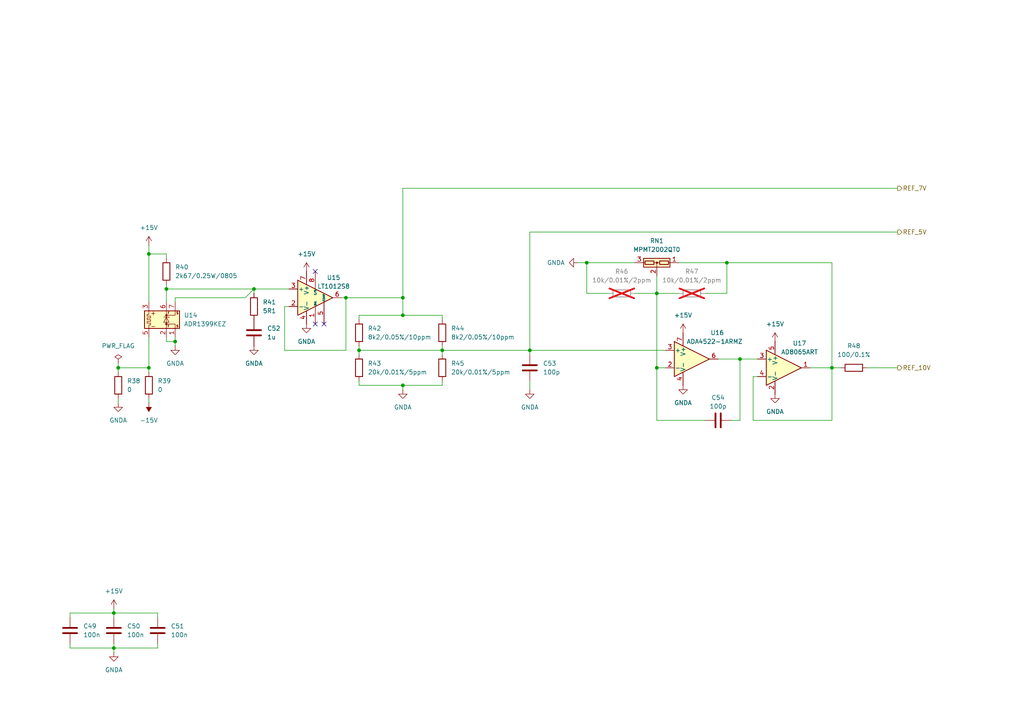
<source format=kicad_sch>
(kicad_sch (version 20250114) (generator "eeschema") (generator_version "9.0")
  (paper "A4")
  (lib_symbols
    (symbol "ADC7177M1:AD8065ART" (pin_names (offset 0.127))
      (property "Reference" "U" (at 0 6.35 0))
      (property "Value" "AD8065ART" (at 0 3.81 0))
      (symbol "AD8065ART_0_1"
        (polyline (pts (xy -5.08 5.08) (xy 5.08 0) (xy -5.08 -5.08) (xy -5.08 5.08)) (stroke (width 0.254)) (fill (type background)))
      )
      (symbol "AD8065ART_1_1"
        (pin input line (at -7.62 2.54 0) (length 2.54) (name "+") (number "3"))
        (pin input line (at -7.62 -2.54 0) (length 2.54) (name "-") (number "4"))
        (pin power_in line (at -2.54 7.62 270) (length 3.81) (name "V+") (number "5"))
        (pin power_in line (at -2.54 -7.62 90) (length 3.81) (name "V-") (number "2"))
        (pin output line (at 7.62 0 180) (length 2.54) (name "~") (number "1"))
      )
    )
    (symbol "Amplifier_Operational:ADA4522-1" (pin_names (offset 0.127))
      (property "Reference" "U" (at 0 6.35 0))
      (property "Value" "ADA4522-1" (at 0 3.81 0))
      (symbol "ADA4522-1_0_1"
        (polyline (pts (xy -5.08 5.08) (xy 5.08 0) (xy -5.08 -5.08) (xy -5.08 5.08)) (stroke (width 0.254)) (fill (type background)))
      )
      (symbol "ADA4522-1_1_1"
        (pin input line (at -7.62 2.54 0) (length 2.54) (name "+") (number "3"))
        (pin input line (at -7.62 -2.54 0) (length 2.54) (name "-") (number "2"))
        (pin power_in line (at -2.54 7.62 270) (length 3.81) (name "V+") (number "7"))
        (pin no_connect line (at -2.54 2.54 270) (length 2.54) (hide yes) (name "NC") (number "1"))
        (pin power_in line (at -2.54 -7.62 90) (length 3.81) (name "V-") (number "4"))
        (pin no_connect line (at 0 2.54 270) (length 2.54) (hide yes) (name "NC") (number "5"))
        (pin no_connect line (at 0 -2.54 90) (length 2.54) (hide yes) (name "NC") (number "8"))
        (pin output line (at 7.62 0 180) (length 2.54) (name "~") (number "6"))
      )
    )
    (symbol "Amplifier_Operational:LT1012" (pin_names (offset 0.127))
      (property "Reference" "U" (at 1.27 6.35 0))
      (property "Value" "LT1012" (at 1.27 3.81 0))
      (symbol "LT1012_0_1"
        (polyline (pts (xy -5.08 5.08) (xy 5.08 0) (xy -5.08 -5.08) (xy -5.08 5.08)) (stroke (width 0.254)) (fill (type background)))
      )
      (symbol "LT1012_1_1"
        (pin input line (at -7.62 2.54 0) (length 2.54) (name "+") (number "3"))
        (pin input line (at -7.62 -2.54 0) (length 2.54) (name "-") (number "2"))
        (pin power_in line (at -2.54 7.62 270) (length 3.81) (name "V+") (number "7"))
        (pin power_in line (at -2.54 -7.62 90) (length 3.81) (name "V-") (number "4"))
        (pin input line (at 0 7.62 270) (length 5.08) (name "C/B") (number "8"))
        (pin input line (at 0 -7.62 90) (length 5.08) (name "BAL") (number "1"))
        (pin input line (at 2.54 -7.62 90) (length 6.35) (name "COMP") (number "5"))
        (pin output line (at 7.62 0 180) (length 2.54) (name "~") (number "6"))
      )
    )
    (symbol "Device:C" (pin_numbers (hide yes)) (pin_names (offset 0.254))
      (property "Reference" "C" (at 0.635 2.54 0))
      (property "Value" "C" (at 0.635 -2.54 0))
      (symbol "C_0_1"
        (polyline (pts (xy -2.032 0.762) (xy 2.032 0.762)) (stroke (width 0.508)))
        (polyline (pts (xy -2.032 -0.762) (xy 2.032 -0.762)) (stroke (width 0.508)))
      )
      (symbol "C_1_1"
        (pin passive line (at 0 3.81 270) (length 2.794) (name "~") (number "1"))
        (pin passive line (at 0 -3.81 90) (length 2.794) (name "~") (number "2"))
      )
    )
    (symbol "Device:R" (pin_numbers (hide yes)) (pin_names (offset 0))
      (property "Reference" "R" (at 2.032 0 90))
      (property "Value" "R" (at 0 0 90))
      (symbol "R_0_1"
        (rectangle (start -1.016 -2.54) (end 1.016 2.54) (stroke (width 0.254)))
      )
      (symbol "R_1_1"
        (pin passive line (at 0 3.81 270) (length 1.27) (name "~") (number "1"))
        (pin passive line (at 0 -3.81 90) (length 1.27) (name "~") (number "2"))
      )
    )
    (symbol "Device:VoltageDivider" (pin_names (offset 0) (hide yes))
      (property "Reference" "RN" (at -4.445 0 90))
      (property "Value" "VoltageDivider" (at -2.54 0 90))
      (symbol "VoltageDivider_0_1"
        (rectangle (start -1.27 -3.81) (end 1.27 3.81) (stroke (width 0.254)) (fill (type background)))
        (rectangle (start -0.508 3.3782) (end 0.508 0.8382) (stroke (width 0.254)))
        (rectangle (start -0.508 -3.3782) (end 0.508 -0.8382) (stroke (width 0.254)))
        (polyline (pts (xy 0 5.08) (xy 0 3.3782)))
        (polyline (pts (xy 0 0.889) (xy 0 -0.889)))
        (circle (center 0 0.0254) (radius 0.254) (fill (type outline)))
        (polyline (pts (xy 0 -5.08) (xy 0 -3.429)))
        (polyline (pts (xy 1.27 0) (xy 0 0)))
      )
      (symbol "VoltageDivider_1_1"
        (pin passive line (at 0 6.35 270) (length 2.54) (name "~") (number "1"))
        (pin passive line (at 0 -6.35 90) (length 2.54) (name "~") (number "3"))
        (pin passive line (at 3.81 0 180) (length 2.54) (name "~") (number "2"))
      )
    )
    (symbol "Reference_Voltage:ADR1399KEZ" (pin_names (offset 1.016) (hide yes))
      (property "Reference" "U" (at 3.81 1.27 0))
      (property "Value" "ADR1399KEZ" (at 3.81 -1.27 0))
      (symbol "ADR1399KEZ_0_0"
        (text "+" (at -3.81 1.905 0) (effects (font (size 1.27 1.27))))
      )
      (symbol "ADR1399KEZ_0_1"
        (rectangle (start -6.35 2.54) (end 3.81 -2.54) (stroke (width 0.254)) (fill (type background)))
        (polyline (pts (xy -5.08 -2.54) (xy -5.08 -1.524) (xy -4.572 -1.524) (xy -4.572 -1.016) (xy -5.588 -1.016) (xy -5.588 -0.508) (xy -4.572 -0.508) (xy -4.572 0) (xy -5.588 0) (xy -5.588 0.508) (xy -4.572 0.508) (xy -4.572 1.016) (xy -5.588 1.016) (xy -5.588 1.524) (xy -5.08 1.524) (xy -5.08 2.54)))
        (circle (center 0 1.27) (radius 0.254) (fill (type outline)))
        (circle (center 0 -1.27) (radius 0.254) (fill (type outline)))
        (polyline (pts (xy 2.54 2.54) (xy 2.54 1.27) (xy 0 1.27)))
        (polyline (pts (xy 2.54 -2.54) (xy 2.54 -1.27) (xy 0 -1.27)))
      )
      (symbol "ADR1399KEZ_1_1"
        (polyline (pts (xy -0.762 0.762) (xy 0.762 0.762) (xy 0.762 0.508)))
        (polyline (pts (xy -0.762 -0.762) (xy 0.762 -0.762) (xy 0 0.762) (xy -0.762 -0.762)))
        (polyline (pts (xy 0 2.54) (xy 0 -2.54)))
        (text "-" (at -3.81 -1.905 0) (effects (font (size 1.27 1.27))))
        (text "F" (at 0.635 1.905 0) (effects (font (size 0.635 0.635))))
        (text "F" (at 0.635 -1.905 0) (effects (font (size 0.635 0.635))))
        (text "S" (at 3.175 1.905 0) (effects (font (size 0.635 0.635))))
        (text "S" (at 3.175 -1.905 0) (effects (font (size 0.635 0.635))))
        (pin power_in line (at -5.08 5.08 270) (length 2.54) (name "HEATER+") (number "3"))
        (pin power_in line (at -5.08 -5.08 90) (length 2.54) (name "HEATER-") (number "5"))
        (pin no_connect line (at -2.54 2.54 270) (length 2.54) (hide yes) (name "NC") (number "8"))
        (pin no_connect line (at -2.54 -2.54 90) (length 2.54) (hide yes) (name "NC") (number "4"))
        (pin passive line (at 0 5.08 270) (length 2.54) (name "+REFF") (number "6"))
        (pin passive line (at 0 -5.08 90) (length 2.54) (name "-REFF") (number "2"))
        (pin passive line (at 2.54 5.08 270) (length 2.54) (name "+REFS") (number "7"))
        (pin passive line (at 2.54 -5.08 90) (length 2.54) (name "-REFS") (number "1"))
      )
    )
    (symbol "power:+15V" (power) (pin_numbers (hide yes)) (pin_names (offset 0) (hide yes))
      (property "Value" "+15V" (at 0 3.556 0))
      (symbol "+15V_0_1"
        (polyline (pts (xy -0.762 1.27) (xy 0 2.54)))
        (polyline (pts (xy 0 2.54) (xy 0.762 1.27)))
        (polyline (pts (xy 0 0) (xy 0 2.54)))
      )
      (symbol "+15V_1_1"
        (pin power_in line (at 0 0 90) (length 0) (name "~") (number "1"))
      )
    )
    (symbol "power:-15V" (power) (pin_numbers (hide yes)) (pin_names (offset 0) (hide yes))
      (property "Value" "-15V" (at 0 3.556 0))
      (symbol "-15V_0_0"
        (pin power_in line (at 0 0 90) (length 0) (name "~") (number "1"))
      )
      (symbol "-15V_0_1"
        (polyline (pts (xy 0 0) (xy 0 1.27) (xy 0.762 1.27) (xy 0 2.54) (xy -0.762 1.27) (xy 0 1.27)) (fill (type outline)))
      )
    )
    (symbol "power:GNDA" (power) (pin_numbers (hide yes)) (pin_names (offset 0) (hide yes))
      (property "Value" "GNDA" (at 0 -3.81 0))
      (symbol "GNDA_0_1"
        (polyline (pts (xy 0 0) (xy 0 -1.27) (xy 1.27 -1.27) (xy 0 -2.54) (xy -1.27 -1.27) (xy 0 -1.27)))
      )
      (symbol "GNDA_1_1"
        (pin power_in line (at 0 0 270) (length 0) (name "~") (number "1"))
      )
    )
    (symbol "power:PWR_FLAG" (power) (pin_numbers (hide yes)) (pin_names (offset 0) (hide yes))
      (property "Value" "PWR_FLAG" (at 0 3.81 0))
      (symbol "PWR_FLAG_0_0"
        (pin power_out line (at 0 0 90) (length 0) (name "~") (number "1"))
      )
      (symbol "PWR_FLAG_0_1"
        (polyline (pts (xy 0 0) (xy 0 1.27) (xy -1.016 1.905) (xy 0 2.54) (xy 1.016 1.905) (xy 0 1.27)))
      )
    )
  )
  (junction (at 116.84 86.36))
  (junction (at 116.84 111.76))
  (junction (at 43.18 106.68))
  (junction (at 73.66 83.82))
  (junction (at 100.33 86.36))
  (junction (at 128.27 101.6))
  (junction (at 48.26 83.82))
  (junction (at 190.5 106.68))
  (junction (at 153.67 101.6))
  (junction (at 210.82 76.2))
  (junction (at 43.18 73.66))
  (junction (at 33.02 187.96))
  (junction (at 104.14 101.6))
  (junction (at 241.3 106.68))
  (junction (at 33.02 177.8))
  (junction (at 116.84 91.44))
  (junction (at 170.18 76.2))
  (junction (at 50.8 99.06))
  (junction (at 34.29 106.68))
  (junction (at 190.5 85.09))
  (junction (at 214.63 104.14))
  (no_connect (at 93.98 93.98))
  (no_connect (at 91.44 93.98))
  (no_connect (at 91.44 78.74))
  (wire (pts (xy 170.18 76.2) (xy 170.18 85.09)))
  (wire (pts (xy 153.67 110.49) (xy 153.67 113.03)))
  (wire (pts (xy 116.84 86.36) (xy 116.84 91.44)))
  (wire (pts (xy 33.02 177.8) (xy 33.02 179.07)))
  (wire (pts (xy 48.26 82.55) (xy 48.26 83.82)))
  (wire (pts (xy 251.46 106.68) (xy 260.35 106.68)))
  (wire (pts (xy 43.18 73.66) (xy 43.18 87.63)))
  (wire (pts (xy 20.32 186.69) (xy 20.32 187.96)))
  (wire (pts (xy 214.63 104.14) (xy 214.63 121.92)))
  (wire (pts (xy 34.29 106.68) (xy 43.18 106.68)))
  (wire (pts (xy 50.8 99.06) (xy 48.26 99.06)))
  (wire (pts (xy 167.64 76.2) (xy 170.18 76.2)))
  (wire (pts (xy 34.29 115.57) (xy 34.29 116.84)))
  (wire (pts (xy 99.06 86.36) (xy 100.33 86.36)))
  (wire (pts (xy 170.18 76.2) (xy 184.15 76.2)))
  (wire (pts (xy 128.27 101.6) (xy 153.67 101.6)))
  (wire (pts (xy 116.84 54.61) (xy 260.35 54.61)))
  (wire (pts (xy 128.27 101.6) (xy 128.27 102.87)))
  (wire (pts (xy 104.14 100.33) (xy 104.14 101.6)))
  (wire (pts (xy 20.32 177.8) (xy 20.32 179.07)))
  (wire (pts (xy 43.18 106.68) (xy 43.18 97.79)))
  (wire (pts (xy 104.14 91.44) (xy 104.14 92.71)))
  (wire (pts (xy 104.14 110.49) (xy 104.14 111.76)))
  (wire (pts (xy 50.8 86.36) (xy 50.8 87.63)))
  (wire (pts (xy 48.26 74.93) (xy 48.26 73.66)))
  (wire (pts (xy 50.8 99.06) (xy 50.8 100.33)))
  (wire (pts (xy 50.8 86.36) (xy 71.12 86.36)))
  (wire (pts (xy 43.18 107.95) (xy 43.18 106.68)))
  (wire (pts (xy 153.67 101.6) (xy 193.04 101.6)))
  (wire (pts (xy 43.18 71.12) (xy 43.18 73.66)))
  (wire (pts (xy 48.26 83.82) (xy 48.26 87.63)))
  (wire (pts (xy 208.28 104.14) (xy 214.63 104.14)))
  (wire (pts (xy 34.29 106.68) (xy 34.29 107.95)))
  (wire (pts (xy 190.5 85.09) (xy 190.5 106.68)))
  (wire (pts (xy 116.84 54.61) (xy 116.84 86.36)))
  (wire (pts (xy 190.5 85.09) (xy 196.85 85.09)))
  (wire (pts (xy 214.63 104.14) (xy 219.71 104.14)))
  (wire (pts (xy 33.02 187.96) (xy 45.72 187.96)))
  (wire (pts (xy 45.72 177.8) (xy 45.72 179.07)))
  (wire (pts (xy 190.5 121.92) (xy 204.47 121.92)))
  (wire (pts (xy 212.09 121.92) (xy 214.63 121.92)))
  (wire (pts (xy 153.67 101.6) (xy 153.67 102.87)))
  (wire (pts (xy 43.18 73.66) (xy 48.26 73.66)))
  (wire (pts (xy 153.67 67.31) (xy 260.35 67.31)))
  (wire (pts (xy 128.27 100.33) (xy 128.27 101.6)))
  (wire (pts (xy 83.82 88.9) (xy 82.55 88.9)))
  (wire (pts (xy 241.3 76.2) (xy 241.3 106.68)))
  (wire (pts (xy 104.14 91.44) (xy 116.84 91.44)))
  (wire (pts (xy 210.82 76.2) (xy 210.82 85.09)))
  (wire (pts (xy 116.84 91.44) (xy 128.27 91.44)))
  (wire (pts (xy 128.27 91.44) (xy 128.27 92.71)))
  (wire (pts (xy 204.47 85.09) (xy 210.82 85.09)))
  (wire (pts (xy 100.33 101.6) (xy 100.33 86.36)))
  (wire (pts (xy 100.33 86.36) (xy 116.84 86.36)))
  (wire (pts (xy 50.8 97.79) (xy 50.8 99.06)))
  (wire (pts (xy 45.72 186.69) (xy 45.72 187.96)))
  (wire (pts (xy 33.02 187.96) (xy 33.02 189.23)))
  (wire (pts (xy 104.14 101.6) (xy 128.27 101.6)))
  (wire (pts (xy 33.02 176.53) (xy 33.02 177.8)))
  (wire (pts (xy 184.15 85.09) (xy 190.5 85.09)))
  (wire (pts (xy 190.5 106.68) (xy 193.04 106.68)))
  (wire (pts (xy 20.32 187.96) (xy 33.02 187.96)))
  (wire (pts (xy 43.18 116.84) (xy 43.18 115.57)))
  (wire (pts (xy 190.5 106.68) (xy 190.5 121.92)))
  (wire (pts (xy 33.02 186.69) (xy 33.02 187.96)))
  (wire (pts (xy 82.55 88.9) (xy 82.55 101.6)))
  (wire (pts (xy 20.32 177.8) (xy 33.02 177.8)))
  (wire (pts (xy 83.82 83.82) (xy 73.66 83.82)))
  (wire (pts (xy 241.3 106.68) (xy 243.84 106.68)))
  (wire (pts (xy 71.12 86.36) (xy 73.66 83.82)))
  (wire (pts (xy 196.85 76.2) (xy 210.82 76.2)))
  (wire (pts (xy 128.27 110.49) (xy 128.27 111.76)))
  (wire (pts (xy 241.3 106.68) (xy 241.3 121.92)))
  (wire (pts (xy 104.14 111.76) (xy 116.84 111.76)))
  (wire (pts (xy 218.44 109.22) (xy 218.44 121.92)))
  (wire (pts (xy 116.84 111.76) (xy 128.27 111.76)))
  (wire (pts (xy 73.66 83.82) (xy 73.66 85.09)))
  (wire (pts (xy 48.26 97.79) (xy 48.26 99.06)))
  (wire (pts (xy 218.44 121.92) (xy 241.3 121.92)))
  (wire (pts (xy 190.5 80.01) (xy 190.5 85.09)))
  (wire (pts (xy 153.67 67.31) (xy 153.67 101.6)))
  (wire (pts (xy 170.18 85.09) (xy 176.53 85.09)))
  (wire (pts (xy 104.14 101.6) (xy 104.14 102.87)))
  (wire (pts (xy 33.02 177.8) (xy 45.72 177.8)))
  (wire (pts (xy 82.55 101.6) (xy 100.33 101.6)))
  (wire (pts (xy 116.84 111.76) (xy 116.84 113.03)))
  (wire (pts (xy 48.26 83.82) (xy 73.66 83.82)))
  (wire (pts (xy 210.82 76.2) (xy 241.3 76.2)))
  (wire (pts (xy 234.95 106.68) (xy 241.3 106.68)))
  (wire (pts (xy 218.44 109.22) (xy 219.71 109.22)))
  (wire (pts (xy 34.29 105.41) (xy 34.29 106.68)))
  (hierarchical_label "REF_7V" (shape output) (at 260.35 54.61 0))
  (hierarchical_label "REF_10V" (shape output) (at 260.35 106.68 0))
  (hierarchical_label "REF_5V" (shape output) (at 260.35 67.31 0))
  (symbol (lib_id "Device:C") (at 73.66 96.52 0) (unit 1)
    (property "Reference" "C52" (at 77.47 95.2499 0) (effects (justify left)))
    (property "Value" "1u" (at 77.47 97.7899 0) (effects (justify left)))
    (property "Footprint" "Capacitor_SMD:C_0603_1608Metric" (effects (hide yes)))
    (property "Description" "Unpolarized capacitor" (effects (hide yes)))
  )
  (symbol (lib_id "power:GNDA") (at 224.79 114.3 0) (unit 1)
    (property "Reference" "#PWR0110" (effects (hide yes)))
    (property "Value" "GNDA" (at 224.79 119.38 0))
    (property "Description" "Power symbol creates a global label with name \"GNDA\" , analog ground" (effects (hide yes)))
  )
  (symbol (lib_id "power:GNDA") (at 73.66 100.33 0) (unit 1)
    (property "Reference" "#PWR0101" (effects (hide yes)))
    (property "Value" "GNDA" (at 73.66 105.41 0))
    (property "Description" "Power symbol creates a global label with name \"GNDA\" , analog ground" (effects (hide yes)))
  )
  (symbol (lib_id "Amplifier_Operational:ADA4522-1") (at 200.66 104.14 0) (unit 1)
    (property "Reference" "U16" (at 208.026 96.52 0))
    (property "Value" "ADA4522-1ARMZ" (at 207.264 99.06 0))
    (property "Footprint" "Package_SO:MSOP-8_3x3mm_P0.65mm" (effects (hide yes)))
    (property "Datasheet" "https://www.analog.com/media/en/technical-documentation/data-sheets/ada4522-1_4522-2_4522-4.pdf" (effects (hide yes)))
    (property "Description" "55 V supply, 5uV max Vos, 3MHz GBW, EMI Enhanced, Zero Drift, 5.8 nV/√Hz, RRO single operational amplifier" (effects (hide yes)))
  )
  (symbol (lib_id "Amplifier_Operational:LT1012") (at 91.44 86.36 0) (unit 1)
    (property "Reference" "U15" (at 96.774 80.518 0))
    (property "Value" "LT1012S8" (at 96.774 83.058 0))
    (property "Footprint" "Package_SO:SOIC-8_3.9x4.9mm_P1.27mm" (effects (hide yes)))
    (property "Datasheet" "https://www.analog.com/media/en/technical-documentation/data-sheets/lt1012.pdf" (effects (hide yes)))
    (property "Description" "Single Picoamp Input Current, Microvolt Offset, Low Noise Op Amp, DIP-8/SOIC-8/TO-5-8" (effects (hide yes)))
  )
  (symbol (lib_id "Device:C") (at 153.67 106.68 0) (unit 1)
    (property "Reference" "C53" (at 157.48 105.4099 0) (effects (justify left)))
    (property "Value" "100p" (at 157.48 107.9499 0) (effects (justify left)))
    (property "Footprint" "Capacitor_SMD:C_0603_1608Metric" (effects (hide yes)))
    (property "Description" "Unpolarized capacitor" (effects (hide yes)))
  )
  (symbol (lib_id "Device:C") (at 208.28 121.92 90) (unit 1)
    (property "Reference" "C54" (at 208.28 115.316 90))
    (property "Value" "100p" (at 208.28 117.856 90))
    (property "Footprint" "Capacitor_SMD:C_0603_1608Metric" (effects (hide yes)))
    (property "Description" "Unpolarized capacitor" (effects (hide yes)))
  )
  (symbol (lib_id "Device:C") (at 20.32 182.88 0) (unit 1)
    (property "Reference" "C49" (at 24.13 181.6099 0) (effects (justify left)))
    (property "Value" "100n" (at 24.13 184.1499 0) (effects (justify left)))
    (property "Footprint" "Capacitor_SMD:C_0603_1608Metric" (effects (hide yes)))
    (property "Description" "Unpolarized capacitor" (effects (hide yes)))
  )
  (symbol (lib_id "Device:R") (at 48.26 78.74 0) (unit 1)
    (property "Reference" "R40" (at 50.8 77.4699 0) (effects (justify left)))
    (property "Value" "2k67/0.25W/0805" (at 50.8 80.0099 0) (effects (justify left)))
    (property "Footprint" "Resistor_SMD:R_0805_2012Metric" (effects (hide yes)))
    (property "Description" "Resistor" (effects (hide yes)))
  )
  (symbol (lib_id "Device:R") (at 128.27 96.52 0) (unit 1)
    (property "Reference" "R44" (at 130.81 95.2499 0) (effects (justify left)))
    (property "Value" "8k2/0.05%/10ppm" (at 130.81 97.7899 0) (effects (justify left)))
    (property "Footprint" "Resistor_SMD:R_0603_1608Metric" (effects (hide yes)))
    (property "Description" "Resistor" (effects (hide yes)))
  )
  (symbol (lib_id "power:GNDA") (at 50.8 100.33 0) (unit 1)
    (property "Reference" "#PWR0100" (effects (hide yes)))
    (property "Value" "GNDA" (at 50.8 105.41 0))
    (property "Description" "Power symbol creates a global label with name \"GNDA\" , analog ground" (effects (hide yes)))
  )
  (symbol (lib_id "power:+15V") (at 198.12 96.52 0) (unit 1)
    (property "Reference" "#PWR0107" (effects (hide yes)))
    (property "Value" "+15V" (at 198.12 91.44 0))
    (property "Description" "Power symbol creates a global label with name \"+15V\"" (effects (hide yes)))
  )
  (symbol (lib_id "power:+15V") (at 43.18 71.12 0) (unit 1)
    (property "Reference" "#PWR098" (effects (hide yes)))
    (property "Value" "+15V" (at 43.18 66.04 0))
    (property "Description" "Power symbol creates a global label with name \"+15V\"" (effects (hide yes)))
  )
  (symbol (lib_id "Device:R") (at 43.18 111.76 180) (unit 1)
    (property "Reference" "R39" (at 45.72 110.4899 0) (effects (justify right)))
    (property "Value" "0" (at 45.72 113.0299 0) (effects (justify right)))
    (property "Footprint" "Resistor_SMD:R_0603_1608Metric" (effects (hide yes)))
    (property "Description" "Resistor" (effects (hide yes)))
  )
  (symbol (lib_id "power:GNDA") (at 153.67 113.03 0) (unit 1)
    (property "Reference" "#PWR0105" (effects (hide yes)))
    (property "Value" "GNDA" (at 153.67 118.11 0))
    (property "Description" "Power symbol creates a global label with name \"GNDA\" , analog ground" (effects (hide yes)))
  )
  (symbol (lib_id "power:GNDA") (at 116.84 113.03 0) (unit 1)
    (property "Reference" "#PWR0104" (effects (hide yes)))
    (property "Value" "GNDA" (at 116.84 118.11 0))
    (property "Description" "Power symbol creates a global label with name \"GNDA\" , analog ground" (effects (hide yes)))
  )
  (symbol (lib_id "power:PWR_FLAG") (at 34.29 105.41 0) (unit 1)
    (property "Reference" "#FLG07" (effects (hide yes)))
    (property "Value" "PWR_FLAG" (at 34.29 100.33 0))
    (property "Description" "Special symbol for telling ERC where power comes from" (effects (hide yes)))
  )
  (symbol (lib_id "Device:R") (at 128.27 106.68 0) (unit 1)
    (property "Reference" "R45" (at 130.81 105.4099 0) (effects (justify left)))
    (property "Value" "20k/0.01%/5ppm" (at 130.81 107.9499 0) (effects (justify left)))
    (property "Footprint" "Resistor_SMD:R_0603_1608Metric" (effects (hide yes)))
    (property "Description" "Resistor" (effects (hide yes)))
  )
  (symbol (lib_id "ADC7177M1:AD8065ART") (at 227.33 106.68 0) (unit 1)
    (property "Reference" "U17" (at 231.902 99.568 0))
    (property "Value" "AD8065ART" (at 231.902 102.108 0))
    (property "Footprint" "Package_TO_SOT_SMD:SOT-23-5" (effects (hide yes)))
    (property "Datasheet" "https://www.analog.com/media/en/technical-documentation/data-sheets/AD8065_8066.pdf" (effects (hide yes)))
    (property "Description" "55 V supply, 5uV max Vos, 3MHz GBW, EMI Enhanced, Zero Drift, 5.8 nV/√Hz, RRO single operational amplifier" (effects (hide yes)))
  )
  (symbol (lib_id "Device:R") (at 73.66 88.9 0) (unit 1)
    (property "Reference" "R41" (at 76.2 87.6299 0) (effects (justify left)))
    (property "Value" "5R1" (at 76.2 90.1699 0) (effects (justify left)))
    (property "Footprint" "Resistor_SMD:R_0603_1608Metric" (effects (hide yes)))
    (property "Description" "Resistor" (effects (hide yes)))
  )
  (symbol (lib_id "Device:C") (at 45.72 182.88 0) (unit 1)
    (property "Reference" "C51" (at 49.53 181.6099 0) (effects (justify left)))
    (property "Value" "100n" (at 49.53 184.1499 0) (effects (justify left)))
    (property "Footprint" "Capacitor_SMD:C_0603_1608Metric" (effects (hide yes)))
    (property "Description" "Unpolarized capacitor" (effects (hide yes)))
  )
  (symbol (lib_id "power:GNDA") (at 33.02 189.23 0) (unit 1)
    (property "Reference" "#PWR096" (effects (hide yes)))
    (property "Value" "GNDA" (at 33.02 194.31 0))
    (property "Description" "Power symbol creates a global label with name \"GNDA\" , analog ground" (effects (hide yes)))
  )
  (symbol (lib_id "power:+15V") (at 224.79 99.06 0) (unit 1)
    (property "Reference" "#PWR0109" (effects (hide yes)))
    (property "Value" "+15V" (at 224.79 93.98 0))
    (property "Description" "Power symbol creates a global label with name \"+15V\"" (effects (hide yes)))
  )
  (symbol (lib_id "power:+15V") (at 88.9 78.74 0) (unit 1)
    (property "Reference" "#PWR0102" (effects (hide yes)))
    (property "Value" "+15V" (at 88.9 73.66 0))
    (property "Description" "Power symbol creates a global label with name \"+15V\"" (effects (hide yes)))
  )
  (symbol (lib_id "Device:R") (at 180.34 85.09 90) (unit 1) (dnp yes)
    (property "Reference" "R46" (at 180.34 78.74 90))
    (property "Value" "10k/0.01%/2ppm" (at 180.34 81.28 90))
    (property "Footprint" "Resistor_SMD:R_0603_1608Metric" (effects (hide yes)))
    (property "Description" "Resistor" (effects (hide yes)))
  )
  (symbol (lib_id "Device:R") (at 34.29 111.76 180) (unit 1)
    (property "Reference" "R38" (at 36.83 110.4899 0) (effects (justify right)))
    (property "Value" "0" (at 36.83 113.0299 0) (effects (justify right)))
    (property "Footprint" "Resistor_SMD:R_0603_1608Metric" (effects (hide yes)))
    (property "Description" "Resistor" (effects (hide yes)))
  )
  (symbol (lib_id "Device:R") (at 104.14 96.52 0) (unit 1)
    (property "Reference" "R42" (at 106.68 95.2499 0) (effects (justify left)))
    (property "Value" "8k2/0.05%/10ppm" (at 106.68 97.7899 0) (effects (justify left)))
    (property "Footprint" "Resistor_SMD:R_0603_1608Metric" (effects (hide yes)))
    (property "Description" "Resistor" (effects (hide yes)))
  )
  (symbol (lib_id "power:-15V") (at 43.18 116.84 180) (unit 1)
    (property "Reference" "#PWR099" (effects (hide yes)))
    (property "Value" "-15V" (at 43.18 121.92 0))
    (property "Description" "Power symbol creates a global label with name \"-15V\"" (effects (hide yes)))
  )
  (symbol (lib_id "power:GNDA") (at 88.9 93.98 0) (unit 1)
    (property "Reference" "#PWR0103" (effects (hide yes)))
    (property "Value" "GNDA" (at 88.9 99.06 0))
    (property "Description" "Power symbol creates a global label with name \"GNDA\" , analog ground" (effects (hide yes)))
  )
  (symbol (lib_id "Device:R") (at 104.14 106.68 0) (unit 1)
    (property "Reference" "R43" (at 106.68 105.4099 0) (effects (justify left)))
    (property "Value" "20k/0.01%/5ppm" (at 106.68 107.9499 0) (effects (justify left)))
    (property "Footprint" "Resistor_SMD:R_0603_1608Metric" (effects (hide yes)))
    (property "Description" "Resistor" (effects (hide yes)))
  )
  (symbol (lib_id "Device:R") (at 200.66 85.09 90) (unit 1) (dnp yes)
    (property "Reference" "R47" (at 200.66 78.74 90))
    (property "Value" "10k/0.01%/2ppm" (at 200.66 81.28 90))
    (property "Footprint" "Resistor_SMD:R_0603_1608Metric" (effects (hide yes)))
    (property "Description" "Resistor" (effects (hide yes)))
  )
  (symbol (lib_id "power:GNDA") (at 167.64 76.2 270) (unit 1)
    (property "Reference" "#PWR0106" (effects (hide yes)))
    (property "Value" "GNDA" (at 163.83 76.1999 90) (effects (justify right)))
    (property "Description" "Power symbol creates a global label with name \"GNDA\" , analog ground" (effects (hide yes)))
  )
  (symbol (lib_id "Device:VoltageDivider") (at 190.5 76.2 270) (unit 1)
    (property "Reference" "RN1" (at 190.5 69.85 90))
    (property "Value" "MPMT2002QT0" (at 190.5 72.39 90))
    (property "Footprint" "Package_TO_SOT_SMD:SOT-23" (effects (hide yes)))
    (property "Description" "Voltage divider" (effects (hide yes)))
  )
  (symbol (lib_id "Device:C") (at 33.02 182.88 0) (unit 1)
    (property "Reference" "C50" (at 36.83 181.6099 0) (effects (justify left)))
    (property "Value" "100n" (at 36.83 184.1499 0) (effects (justify left)))
    (property "Footprint" "Capacitor_SMD:C_0603_1608Metric" (effects (hide yes)))
    (property "Description" "Unpolarized capacitor" (effects (hide yes)))
  )
  (symbol (lib_id "power:GNDA") (at 198.12 111.76 0) (unit 1)
    (property "Reference" "#PWR0108" (effects (hide yes)))
    (property "Value" "GNDA" (at 198.12 116.84 0))
    (property "Description" "Power symbol creates a global label with name \"GNDA\" , analog ground" (effects (hide yes)))
  )
  (symbol (lib_id "power:+15V") (at 33.02 176.53 0) (unit 1)
    (property "Reference" "#PWR095" (effects (hide yes)))
    (property "Value" "+15V" (at 33.02 171.45 0))
    (property "Description" "Power symbol creates a global label with name \"+15V\"" (effects (hide yes)))
  )
  (symbol (lib_id "Reference_Voltage:ADR1399KEZ") (at 48.26 92.71 0) (unit 1)
    (property "Reference" "U14" (at 53.34 91.4399 0) (effects (justify left)))
    (property "Value" "ADR1399KEZ" (at 53.34 93.9799 0) (effects (justify left)))
    (property "Footprint" "Package_LCC:Analog_LCC-8_5x5mm_P1.27mm" (effects (hide yes)))
    (property "Datasheet" "https://www.analog.com/media/en/technical-documentation/data-sheets/adr1399.pdf" (effects (hide yes)))
    (property "Description" "Oven-Compensated, Buried Zener, 7.05 V Voltage Reference, LCC-8" (effects (hide yes)))
  )
  (symbol (lib_id "power:GNDA") (at 34.29 116.84 0) (unit 1)
    (property "Reference" "#PWR097" (effects (hide yes)))
    (property "Value" "GNDA" (at 34.29 121.92 0))
    (property "Description" "Power symbol creates a global label with name \"GNDA\" , analog ground" (effects (hide yes)))
  )
  (symbol (lib_id "Device:R") (at 247.65 106.68 90) (unit 1)
    (property "Reference" "R48" (at 247.65 100.33 90))
    (property "Value" "100/0.1%" (at 247.65 102.87 90))
    (property "Footprint" "Resistor_SMD:R_0603_1608Metric" (effects (hide yes)))
    (property "Description" "Resistor" (effects (hide yes)))
  )
)
</source>
